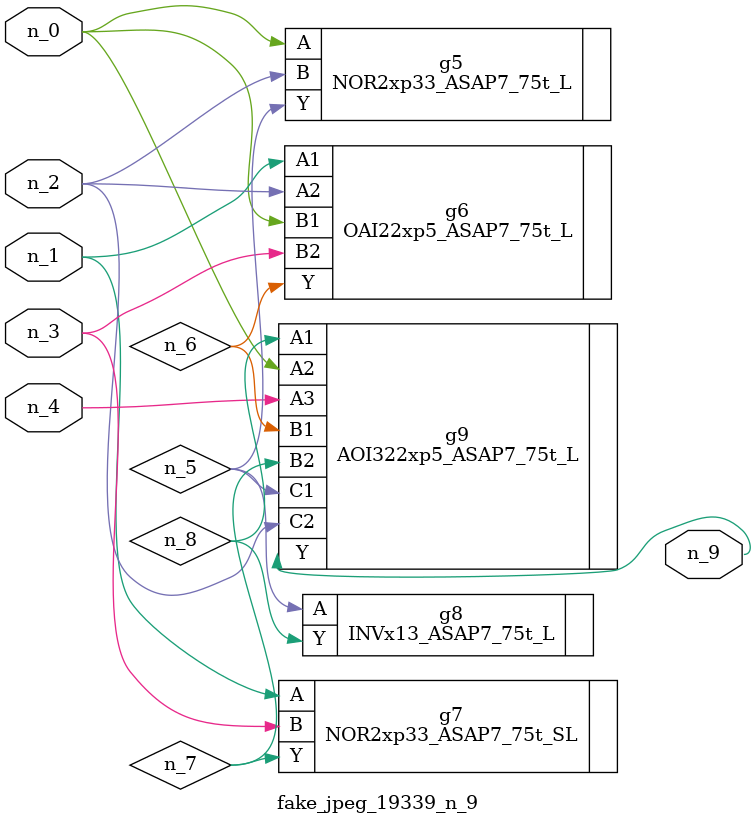
<source format=v>
module fake_jpeg_19339_n_9 (n_3, n_2, n_1, n_0, n_4, n_9);

input n_3;
input n_2;
input n_1;
input n_0;
input n_4;

output n_9;

wire n_8;
wire n_6;
wire n_5;
wire n_7;

NOR2xp33_ASAP7_75t_L g5 ( 
.A(n_0),
.B(n_2),
.Y(n_5)
);

OAI22xp5_ASAP7_75t_L g6 ( 
.A1(n_1),
.A2(n_2),
.B1(n_0),
.B2(n_3),
.Y(n_6)
);

NOR2xp33_ASAP7_75t_SL g7 ( 
.A(n_1),
.B(n_3),
.Y(n_7)
);

INVx13_ASAP7_75t_L g8 ( 
.A(n_5),
.Y(n_8)
);

AOI322xp5_ASAP7_75t_L g9 ( 
.A1(n_8),
.A2(n_0),
.A3(n_4),
.B1(n_6),
.B2(n_7),
.C1(n_5),
.C2(n_2),
.Y(n_9)
);


endmodule
</source>
